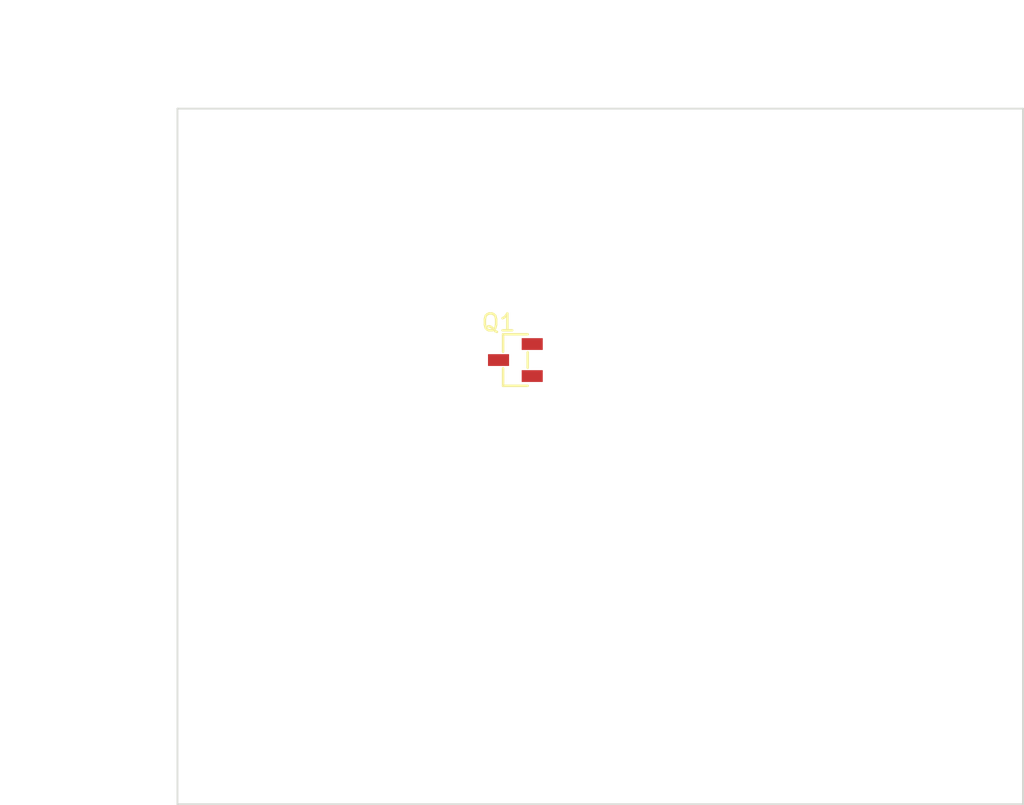
<source format=kicad_pcb>
(kicad_pcb (version 20221018) (generator pcbnew)
  (title_block (title "EasyLight") (date "2023-01-24") (rev "1") (company "MPC"))
  (layers (0 "F.Cu" signal) (31 "B.Cu" signal) (34 "B.Paste" user) (35 "F.Paste" user) (36 "B.SilkS" user "B.Silkscreen") (37 "F.SilkS" user "F.Silkscreen") (38 "B.Mask" user) (39 "F.Mask" user) (44 "Edge.Cuts" user))
  (net 0 "")
  (footprint "lcsc:SOT-23-3_L2.9-W1.3-P1.90-LS2.4-BR" (layer "F.Cu") (at 58.15 56.83)
    (fp_text reference "Q1" (at -1 -2.22) (layer "F.SilkS"))
    (fp_text value "AO3415_C181094" hide)
    (fp_line (start -0.73 -1.53) (end -0.73 -0.49) (stroke (width 0.15)) (layer "F.SilkS"))
    (fp_line (start -0.73 1.53) (end -0.73 0.49) (stroke (width 0.15)) (layer "F.SilkS"))
    (fp_line (start 0.73 -1.53) (end -0.73 -1.53) (stroke (width 0.15)) (layer "F.SilkS"))
    (fp_line (start 0.73 -0.46) (end 0.73 0.46) (stroke (width 0.15)) (layer "F.SilkS"))
    (fp_line (start 0.73 1.53) (end -0.73 1.53) (stroke (width 0.15)) (layer "F.SilkS"))
    (pad "1" smd rect (at 1 0.95) (size 1.25 0.7) (layers "F.Cu" "F.Paste" "F.Mask"))
    (pad "2" smd rect (at 1 -0.95) (size 1.25 0.7) (layers "F.Cu" "F.Paste" "F.Mask"))
    (pad "3" smd rect (at -1 0) (size 1.25 0.7) (layers "F.Cu" "F.Paste" "F.Mask"))
  )
  (gr_line (start 88.265 83.185) (end 38.1 83.185) (stroke (width 0.1)) (layer "Edge.Cuts"))
  (gr_line (start 38.1 83.185) (end 38.1 41.91) (stroke (width 0.1)) (layer "Edge.Cuts"))
  (gr_line (start 88.265 41.91) (end 88.265 83.185) (stroke (width 0.1)) (layer "Edge.Cuts"))
  (gr_line (start 38.1 41.91) (end 88.265 41.91) (stroke (width 0.1)) (layer "Edge.Cuts"))
)
</source>
